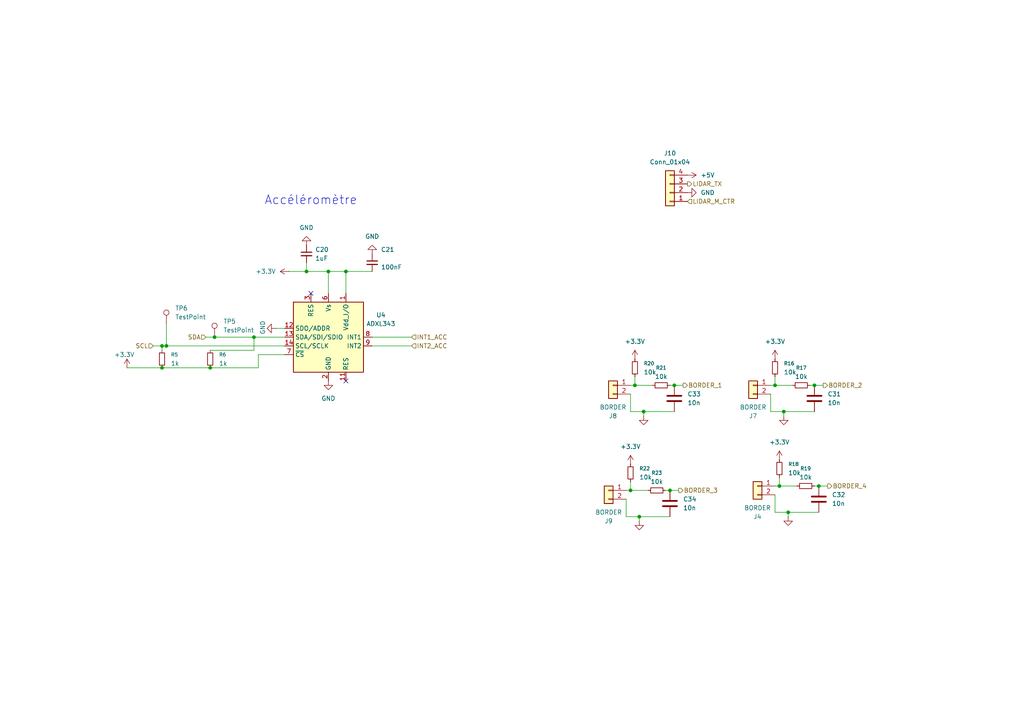
<source format=kicad_sch>
(kicad_sch (version 20250114) (generator "eeschema") (generator_version "9.0")
  (paper "A4")
  (lib_symbols
    (symbol "Connector:TestPoint" (pin_numbers (hide yes)) (pin_names (offset 0.762) (hide yes))
      (property "Reference" "TP" (at 0 6.858 0))
      (property "Value" "TestPoint" (at 0 5.08 0))
      (symbol "TestPoint_0_1"
        (circle (center 0 3.302) (radius 0.762))
      )
      (symbol "TestPoint_1_1"
        (pin passive line (at 0 0 90) (length 2.54) (name "1") (number "1"))
      )
    )
    (symbol "Connector_Generic:Conn_01x02" (pin_names (offset 1.016) (hide yes))
      (property "Reference" "J" (at 0 2.54 0))
      (property "Value" "Conn_01x02" (at 0 -5.08 0))
      (symbol "Conn_01x02_1_1"
        (rectangle (start -1.27 1.27) (end 1.27 -3.81) (stroke (width 0.254)) (fill (type background)))
        (rectangle (start -1.27 0.127) (end 0 -0.127) (stroke (width 0.1524)))
        (rectangle (start -1.27 -2.413) (end 0 -2.667) (stroke (width 0.1524)))
        (pin passive line (at -5.08 0 0) (length 3.81) (name "Pin_1") (number "1"))
        (pin passive line (at -5.08 -2.54 0) (length 3.81) (name "Pin_2") (number "2"))
      )
    )
    (symbol "Connector_Generic:Conn_01x04" (pin_names (offset 1.016) (hide yes))
      (property "Reference" "J" (at 0 5.08 0))
      (property "Value" "Conn_01x04" (at 0 -7.62 0))
      (symbol "Conn_01x04_1_1"
        (rectangle (start -1.27 3.81) (end 1.27 -6.35) (stroke (width 0.254)) (fill (type background)))
        (rectangle (start -1.27 2.667) (end 0 2.413) (stroke (width 0.1524)))
        (rectangle (start -1.27 0.127) (end 0 -0.127) (stroke (width 0.1524)))
        (rectangle (start -1.27 -2.413) (end 0 -2.667) (stroke (width 0.1524)))
        (rectangle (start -1.27 -4.953) (end 0 -5.207) (stroke (width 0.1524)))
        (pin passive line (at -5.08 2.54 0) (length 3.81) (name "Pin_1") (number "1"))
        (pin passive line (at -5.08 0 0) (length 3.81) (name "Pin_2") (number "2"))
        (pin passive line (at -5.08 -2.54 0) (length 3.81) (name "Pin_3") (number "3"))
        (pin passive line (at -5.08 -5.08 0) (length 3.81) (name "Pin_4") (number "4"))
      )
    )
    (symbol "Device:C" (pin_numbers (hide yes)) (pin_names (offset 0.254))
      (property "Reference" "C" (at 0.635 2.54 0))
      (property "Value" "C" (at 0.635 -2.54 0))
      (symbol "C_0_1"
        (polyline (pts (xy -2.032 0.762) (xy 2.032 0.762)) (stroke (width 0.508)))
        (polyline (pts (xy -2.032 -0.762) (xy 2.032 -0.762)) (stroke (width 0.508)))
      )
      (symbol "C_1_1"
        (pin passive line (at 0 3.81 270) (length 2.794) (name "~") (number "1"))
        (pin passive line (at 0 -3.81 90) (length 2.794) (name "~") (number "2"))
      )
    )
    (symbol "Device:C_Small" (pin_numbers (hide yes)) (pin_names (offset 0.254) (hide yes))
      (property "Reference" "C" (at 0.254 1.778 0))
      (property "Value" "C_Small" (at 0.254 -2.032 0))
      (symbol "C_Small_0_1"
        (polyline (pts (xy -1.524 0.508) (xy 1.524 0.508)) (stroke (width 0.3048)))
        (polyline (pts (xy -1.524 -0.508) (xy 1.524 -0.508)) (stroke (width 0.3302)))
      )
      (symbol "C_Small_1_1"
        (pin passive line (at 0 2.54 270) (length 2.032) (name "~") (number "1"))
        (pin passive line (at 0 -2.54 90) (length 2.032) (name "~") (number "2"))
      )
    )
    (symbol "Device:R_Small" (pin_numbers (hide yes)) (pin_names (offset 0.254) (hide yes))
      (property "Reference" "R" (at 0 0 90))
      (property "Value" "R_Small" (at 1.778 0 90))
      (symbol "R_Small_0_1"
        (rectangle (start -0.762 1.778) (end 0.762 -1.778) (stroke (width 0.2032)))
      )
      (symbol "R_Small_1_1"
        (pin passive line (at 0 2.54 270) (length 0.762) (name "~") (number "1"))
        (pin passive line (at 0 -2.54 90) (length 0.762) (name "~") (number "2"))
      )
    )
    (symbol "Sensor_Motion:ADXL343"
      (property "Reference" "U" (at -8.89 11.43 0))
      (property "Value" "ADXL343" (at -7.62 -11.43 0))
      (symbol "ADXL343_0_1"
        (rectangle (start -10.16 10.16) (end 10.16 -10.16) (stroke (width 0.254)) (fill (type background)))
      )
      (symbol "ADXL343_1_1"
        (pin bidirectional line (at -12.7 2.54 0) (length 2.54) (name "SDO/ADDR") (number "12"))
        (pin bidirectional line (at -12.7 0 0) (length 2.54) (name "SDA/SDI/SDIO") (number "13"))
        (pin input line (at -12.7 -2.54 0) (length 2.54) (name "SCL/SCLK") (number "14"))
        (pin input line (at -12.7 -5.08 0) (length 2.54) (name "~{CS}") (number "7"))
        (pin passive line (at -5.08 12.7 270) (length 2.54) (name "RES") (number "3"))
        (pin no_connect line (at -5.08 -10.16 90) (length 2.54) (hide yes) (name "NC") (number "10"))
        (pin power_in line (at 0 12.7 270) (length 2.54) (name "Vs") (number "6"))
        (pin power_in line (at 0 -12.7 90) (length 2.54) (name "GND") (number "2"))
        (pin passive line (at 0 -12.7 90) (length 2.54) (hide yes) (name "GND") (number "4"))
        (pin passive line (at 0 -12.7 90) (length 2.54) (hide yes) (name "GND") (number "5"))
        (pin power_in line (at 5.08 12.7 270) (length 2.54) (name "Vdd_I/O") (number "1"))
        (pin passive line (at 5.08 -12.7 90) (length 2.54) (name "RES") (number "11"))
        (pin output line (at 12.7 0 180) (length 2.54) (name "INT1") (number "8"))
        (pin output line (at 12.7 -2.54 180) (length 2.54) (name "INT2") (number "9"))
      )
    )
    (symbol "power:+3.3V" (power) (pin_numbers (hide yes)) (pin_names (offset 0) (hide yes))
      (property "Value" "+3.3V" (at 0 3.556 0))
      (symbol "+3.3V_0_1"
        (polyline (pts (xy -0.762 1.27) (xy 0 2.54)))
        (polyline (pts (xy 0 2.54) (xy 0.762 1.27)))
        (polyline (pts (xy 0 0) (xy 0 2.54)))
      )
      (symbol "+3.3V_1_1"
        (pin power_in line (at 0 0 90) (length 0) (name "~") (number "1"))
      )
    )
    (symbol "power:+5V" (power) (pin_numbers (hide yes)) (pin_names (offset 0) (hide yes))
      (property "Value" "+5V" (at 0 3.556 0))
      (symbol "+5V_0_1"
        (polyline (pts (xy -0.762 1.27) (xy 0 2.54)))
        (polyline (pts (xy 0 2.54) (xy 0.762 1.27)))
        (polyline (pts (xy 0 0) (xy 0 2.54)))
      )
      (symbol "+5V_1_1"
        (pin power_in line (at 0 0 90) (length 0) (name "~") (number "1"))
      )
    )
    (symbol "power:GND" (power) (pin_numbers (hide yes)) (pin_names (offset 0) (hide yes))
      (property "Value" "GND" (at 0 -3.81 0))
      (symbol "GND_0_1"
        (polyline (pts (xy 0 0) (xy 0 -1.27) (xy 1.27 -1.27) (xy 0 -2.54) (xy -1.27 -1.27) (xy 0 -1.27)))
      )
      (symbol "GND_1_1"
        (pin power_in line (at 0 0 270) (length 0) (name "~") (number "1"))
      )
    )
  )
  (text "Accéléromètre" (at 90.17 58.166 0) (effects (font (size 2.54 2.54))))
  (junction (at 95.25 78.74))
  (junction (at 182.88 142.24))
  (junction (at 60.96 106.68))
  (junction (at 88.9 78.74))
  (junction (at 236.22 111.76))
  (junction (at 48.26 100.33))
  (junction (at 237.49 140.97))
  (junction (at 184.15 111.76))
  (junction (at 194.31 142.24))
  (junction (at 62.23 97.79))
  (junction (at 224.79 111.76))
  (junction (at 228.6 148.59))
  (junction (at 186.69 119.38))
  (junction (at 46.99 100.33))
  (junction (at 46.99 106.68))
  (junction (at 226.06 140.97))
  (junction (at 227.33 119.38))
  (junction (at 100.33 78.74))
  (junction (at 73.66 97.79))
  (junction (at 185.42 149.86))
  (junction (at 195.58 111.76))
  (no_connect (at 100.33 110.49))
  (no_connect (at 90.17 85.09))
  (wire (pts (xy 224.79 111.76) (xy 229.87 111.76)))
  (wire (pts (xy 237.49 140.97) (xy 240.03 140.97)))
  (wire (pts (xy 224.79 148.59) (xy 228.6 148.59)))
  (wire (pts (xy 73.66 101.6) (xy 73.66 97.79)))
  (wire (pts (xy 100.33 78.74) (xy 107.95 78.74)))
  (wire (pts (xy 227.33 120.65) (xy 227.33 119.38)))
  (wire (pts (xy 182.88 119.38) (xy 186.69 119.38)))
  (wire (pts (xy 237.49 148.59) (xy 228.6 148.59)))
  (wire (pts (xy 194.31 142.24) (xy 196.85 142.24)))
  (wire (pts (xy 48.26 93.98) (xy 48.26 100.33)))
  (wire (pts (xy 107.95 97.79) (xy 119.38 97.79)))
  (wire (pts (xy 194.31 111.76) (xy 195.58 111.76)))
  (wire (pts (xy 228.6 149.86) (xy 228.6 148.59)))
  (wire (pts (xy 181.61 149.86) (xy 185.42 149.86)))
  (wire (pts (xy 60.96 101.6) (xy 73.66 101.6)))
  (wire (pts (xy 59.69 97.79) (xy 62.23 97.79)))
  (wire (pts (xy 234.95 111.76) (xy 236.22 111.76)))
  (wire (pts (xy 95.25 85.09) (xy 95.25 78.74)))
  (wire (pts (xy 88.9 78.74) (xy 83.82 78.74)))
  (wire (pts (xy 73.66 97.79) (xy 82.55 97.79)))
  (wire (pts (xy 224.79 111.76) (xy 223.52 111.76)))
  (wire (pts (xy 226.06 140.97) (xy 224.79 140.97)))
  (wire (pts (xy 182.88 142.24) (xy 181.61 142.24)))
  (wire (pts (xy 186.69 120.65) (xy 186.69 119.38)))
  (wire (pts (xy 223.52 114.3) (xy 223.52 119.38)))
  (wire (pts (xy 107.95 100.33) (xy 119.38 100.33)))
  (wire (pts (xy 236.22 140.97) (xy 237.49 140.97)))
  (wire (pts (xy 224.79 143.51) (xy 224.79 148.59)))
  (wire (pts (xy 181.61 144.78) (xy 181.61 149.86)))
  (wire (pts (xy 36.83 106.68) (xy 46.99 106.68)))
  (wire (pts (xy 44.45 100.33) (xy 46.99 100.33)))
  (wire (pts (xy 88.9 76.2) (xy 88.9 78.74)))
  (wire (pts (xy 194.31 149.86) (xy 185.42 149.86)))
  (wire (pts (xy 236.22 119.38) (xy 227.33 119.38)))
  (wire (pts (xy 184.15 109.22) (xy 184.15 111.76)))
  (wire (pts (xy 46.99 100.33) (xy 46.99 101.6)))
  (wire (pts (xy 95.25 78.74) (xy 100.33 78.74)))
  (wire (pts (xy 48.26 100.33) (xy 46.99 100.33)))
  (wire (pts (xy 182.88 139.7) (xy 182.88 142.24)))
  (wire (pts (xy 60.96 106.68) (xy 74.93 106.68)))
  (wire (pts (xy 95.25 78.74) (xy 88.9 78.74)))
  (wire (pts (xy 74.93 106.68) (xy 74.93 102.87)))
  (wire (pts (xy 184.15 111.76) (xy 182.88 111.76)))
  (wire (pts (xy 74.93 102.87) (xy 82.55 102.87)))
  (wire (pts (xy 226.06 138.43) (xy 226.06 140.97)))
  (wire (pts (xy 82.55 100.33) (xy 48.26 100.33)))
  (wire (pts (xy 223.52 119.38) (xy 227.33 119.38)))
  (wire (pts (xy 62.23 97.79) (xy 73.66 97.79)))
  (wire (pts (xy 185.42 151.13) (xy 185.42 149.86)))
  (wire (pts (xy 182.88 142.24) (xy 187.96 142.24)))
  (wire (pts (xy 224.79 109.22) (xy 224.79 111.76)))
  (wire (pts (xy 182.88 114.3) (xy 182.88 119.38)))
  (wire (pts (xy 236.22 111.76) (xy 238.76 111.76)))
  (wire (pts (xy 80.01 95.25) (xy 82.55 95.25)))
  (wire (pts (xy 193.04 142.24) (xy 194.31 142.24)))
  (wire (pts (xy 195.58 111.76) (xy 198.12 111.76)))
  (wire (pts (xy 226.06 140.97) (xy 231.14 140.97)))
  (wire (pts (xy 46.99 106.68) (xy 60.96 106.68)))
  (wire (pts (xy 184.15 111.76) (xy 189.23 111.76)))
  (wire (pts (xy 100.33 85.09) (xy 100.33 78.74)))
  (wire (pts (xy 195.58 119.38) (xy 186.69 119.38)))
  (hierarchical_label "BORDER_4" (shape output) (at 240.03 140.97 0))
  (hierarchical_label "LIDAR_TX" (shape output) (at 199.39 53.34 0))
  (hierarchical_label "SDA" (shape input) (at 59.69 97.79 180))
  (hierarchical_label "BORDER_2" (shape output) (at 238.76 111.76 0))
  (hierarchical_label "BORDER_3" (shape output) (at 196.85 142.24 0))
  (hierarchical_label "BORDER_1" (shape output) (at 198.12 111.76 0))
  (hierarchical_label "SCL" (shape input) (at 44.45 100.33 180))
  (hierarchical_label "LIDAR_M_CTR" (shape input) (at 199.39 58.42 0))
  (hierarchical_label "INT1_ACC" (shape input) (at 119.38 97.79 0))
  (hierarchical_label "INT2_ACC" (shape input) (at 119.38 100.33 0))
  (symbol (lib_id "Device:R_Small") (at 224.79 106.68 0) (unit 1)
    (property "Reference" "R16" (at 227.33 105.4099 0) (effects (font (size 1.016 1.016)) (justify left)))
    (property "Value" "10k" (at 227.33 107.9499 0) (effects (justify left)))
    (property "Description" "Resistor, small symbol" (effects (hide yes)))
  )
  (symbol (lib_id "Device:R_Small") (at 182.88 137.16 0) (unit 1)
    (property "Reference" "R22" (at 185.42 135.8899 0) (effects (font (size 1.016 1.016)) (justify left)))
    (property "Value" "10k" (at 185.42 138.4299 0) (effects (justify left)))
    (property "Description" "Resistor, small symbol" (effects (hide yes)))
  )
  (symbol (lib_id "power:GND") (at 185.42 151.13 0) (unit 1)
    (property "Reference" "#PWR066" (effects (hide yes)))
    (property "Value" "GND" (effects (hide yes)))
    (property "Description" "Power symbol creates a global label with name \"GND\" , ground" (effects (hide yes)))
  )
  (symbol (lib_id "power:GND") (at 80.01 95.25 270) (unit 1)
    (property "Reference" "#PWR033" (effects (hide yes)))
    (property "Value" "GND" (at 76.2 94.996 0))
    (property "Description" "Power symbol creates a global label with name \"GND\" , ground" (effects (hide yes)))
  )
  (symbol (lib_id "Device:C") (at 236.22 115.57 0) (unit 1)
    (property "Reference" "C31" (at 240.03 114.2999 0) (effects (justify left)))
    (property "Value" "10n" (at 240.03 116.8399 0) (effects (justify left)))
    (property "Description" "Unpolarized capacitor" (effects (hide yes)))
  )
  (symbol (lib_id "power:GND") (at 88.9 71.12 180) (unit 1)
    (property "Reference" "#PWR035" (effects (hide yes)))
    (property "Value" "GND" (at 88.9 66.04 0))
    (property "Description" "Power symbol creates a global label with name \"GND\" , ground" (effects (hide yes)))
  )
  (symbol (lib_id "power:+3.3V") (at 83.82 78.74 90) (unit 1)
    (property "Reference" "#PWR034" (effects (hide yes)))
    (property "Value" "+3.3V" (at 80.01 78.7399 90) (effects (justify left)))
    (property "Description" "Power symbol creates a global label with name \"+3.3V\"" (effects (hide yes)))
  )
  (symbol (lib_id "Device:C_Small") (at 88.9 73.66 0) (unit 1)
    (property "Reference" "C20" (at 91.44 72.3962 0) (effects (justify left)))
    (property "Value" "1uF" (at 91.44 74.9362 0) (effects (justify left)))
    (property "Footprint" "Capacitor_SMD:C_01005_0402Metric" (effects (hide yes)))
    (property "Description" "Unpolarized capacitor, small symbol" (effects (hide yes)))
  )
  (symbol (lib_id "Connector_Generic:Conn_01x02") (at 218.44 111.76 0) (mirror y) (unit 1)
    (property "Reference" "J7" (at 218.44 120.65 0))
    (property "Value" "BORDER" (at 218.44 118.11 0))
    (property "Footprint" "Connector_JST:JST_XH_S2B-XH-A_1x02_P2.50mm_Horizontal" (effects (hide yes)))
    (property "Description" "Generic connector, single row, 01x02, script generated (kicad-library-utils/schlib/autogen/connector/)" (effects (hide yes)))
  )
  (symbol (lib_id "power:GND") (at 186.69 120.65 0) (unit 1)
    (property "Reference" "#PWR064" (effects (hide yes)))
    (property "Value" "GND" (effects (hide yes)))
    (property "Description" "Power symbol creates a global label with name \"GND\" , ground" (effects (hide yes)))
  )
  (symbol (lib_id "Device:R_Small") (at 226.06 135.89 0) (unit 1)
    (property "Reference" "R18" (at 228.6 134.6199 0) (effects (font (size 1.016 1.016)) (justify left)))
    (property "Value" "10k" (at 228.6 137.1599 0) (effects (justify left)))
    (property "Description" "Resistor, small symbol" (effects (hide yes)))
  )
  (symbol (lib_id "Device:C") (at 195.58 115.57 0) (unit 1)
    (property "Reference" "C33" (at 199.39 114.2999 0) (effects (justify left)))
    (property "Value" "10n" (at 199.39 116.8399 0) (effects (justify left)))
    (property "Description" "Unpolarized capacitor" (effects (hide yes)))
  )
  (symbol (lib_id "power:+3.3V") (at 224.79 104.14 0) (unit 1)
    (property "Reference" "#PWR061" (effects (hide yes)))
    (property "Value" "+3.3V" (at 224.79 99.06 0))
    (property "Description" "Power symbol creates a global label with name \"+3.3V\"" (effects (hide yes)))
  )
  (symbol (lib_id "Device:C_Small") (at 107.95 76.2 0) (unit 1)
    (property "Reference" "C21" (at 110.49 72.3962 0) (effects (justify left)))
    (property "Value" "100nF" (at 110.49 77.4762 0) (effects (justify left)))
    (property "Footprint" "Capacitor_SMD:C_01005_0402Metric" (effects (hide yes)))
    (property "Description" "Unpolarized capacitor, small symbol" (effects (hide yes)))
  )
  (symbol (lib_id "Device:C") (at 237.49 144.78 0) (unit 1)
    (property "Reference" "C32" (at 241.3 143.5099 0) (effects (justify left)))
    (property "Value" "10n" (at 241.3 146.0499 0) (effects (justify left)))
    (property "Description" "Unpolarized capacitor" (effects (hide yes)))
  )
  (symbol (lib_id "Connector:TestPoint") (at 62.23 97.79 0) (unit 1)
    (property "Reference" "TP5" (at 64.77 93.2179 0) (effects (justify left)))
    (property "Value" "TestPoint" (at 64.77 95.7579 0) (effects (justify left)))
    (property "Description" "test point" (effects (hide yes)))
  )
  (symbol (lib_id "Device:R_Small") (at 60.96 104.14 0) (unit 1)
    (property "Reference" "R6" (at 63.5 102.8699 0) (effects (font (size 1.016 1.016)) (justify left)))
    (property "Value" "1k" (at 63.5 105.4099 0) (effects (justify left)))
    (property "Footprint" "Resistor_SMD:R_0402_1005Metric" (effects (hide yes)))
    (property "Description" "Resistor, small symbol" (effects (hide yes)))
  )
  (symbol (lib_id "Connector:TestPoint") (at 48.26 93.98 0) (unit 1)
    (property "Reference" "TP6" (at 50.8 89.4079 0) (effects (justify left)))
    (property "Value" "TestPoint" (at 50.8 91.9479 0) (effects (justify left)))
    (property "Description" "test point" (effects (hide yes)))
  )
  (symbol (lib_id "Device:R_Small") (at 232.41 111.76 90) (unit 1)
    (property "Reference" "R17" (at 232.41 106.68 90) (effects (font (size 1.016 1.016))))
    (property "Value" "10k" (at 232.41 109.22 90))
    (property "Description" "Resistor, small symbol" (effects (hide yes)))
  )
  (symbol (lib_id "Connector_Generic:Conn_01x04") (at 194.31 55.88 180) (unit 1)
    (property "Reference" "J10" (at 194.31 44.45 0))
    (property "Value" "Conn_01x04" (at 194.31 46.99 0))
    (property "Description" "Generic connector, single row, 01x04, script generated (kicad-library-utils/schlib/autogen/connector/)" (effects (hide yes)))
  )
  (symbol (lib_id "Sensor_Motion:ADXL343") (at 95.25 97.79 0) (unit 1)
    (property "Reference" "U4" (at 110.49 91.3698 0))
    (property "Value" "ADXL343" (at 110.49 93.9098 0))
    (property "Footprint" "Package_LGA:LGA-14_3x5mm_P0.8mm_LayoutBorder1x6y" (effects (hide yes)))
    (property "Datasheet" "https://www.analog.com/media/en/technical-documentation/data-sheets/ADXL343.pdf" (effects (hide yes)))
    (property "Description" "3-Axis MEMS Accelerometer, 2/4/8/16g range, I2C/SPI, LGA-14" (effects (hide yes)))
  )
  (symbol (lib_id "power:+3.3V") (at 184.15 104.14 0) (unit 1)
    (property "Reference" "#PWR063" (effects (hide yes)))
    (property "Value" "+3.3V" (at 184.15 99.06 0))
    (property "Description" "Power symbol creates a global label with name \"+3.3V\"" (effects (hide yes)))
  )
  (symbol (lib_id "Device:R_Small") (at 233.68 140.97 90) (unit 1)
    (property "Reference" "R19" (at 233.68 135.89 90) (effects (font (size 1.016 1.016))))
    (property "Value" "10k" (at 233.68 138.43 90))
    (property "Description" "Resistor, small symbol" (effects (hide yes)))
  )
  (symbol (lib_id "Device:R_Small") (at 46.99 104.14 0) (unit 1)
    (property "Reference" "R5" (at 49.53 102.8699 0) (effects (font (size 1.016 1.016)) (justify left)))
    (property "Value" "1k" (at 49.53 105.4099 0) (effects (justify left)))
    (property "Footprint" "Resistor_SMD:R_0402_1005Metric" (effects (hide yes)))
    (property "Description" "Resistor, small symbol" (effects (hide yes)))
  )
  (symbol (lib_id "power:+3.3V") (at 36.83 106.68 0) (unit 1)
    (property "Reference" "#PWR032" (effects (hide yes)))
    (property "Value" "+3.3V" (at 36.068 102.87 0))
    (property "Description" "Power symbol creates a global label with name \"+3.3V\"" (effects (hide yes)))
  )
  (symbol (lib_id "Device:C") (at 194.31 146.05 0) (unit 1)
    (property "Reference" "C34" (at 198.12 144.7799 0) (effects (justify left)))
    (property "Value" "10n" (at 198.12 147.3199 0) (effects (justify left)))
    (property "Description" "Unpolarized capacitor" (effects (hide yes)))
  )
  (symbol (lib_id "Connector_Generic:Conn_01x02") (at 219.71 140.97 0) (mirror y) (unit 1)
    (property "Reference" "J4" (at 219.71 149.86 0))
    (property "Value" "BORDER" (at 219.71 147.32 0))
    (property "Footprint" "Connector_JST:JST_XH_S2B-XH-A_1x02_P2.50mm_Horizontal" (effects (hide yes)))
    (property "Description" "Generic connector, single row, 01x02, script generated (kicad-library-utils/schlib/autogen/connector/)" (effects (hide yes)))
  )
  (symbol (lib_id "power:GND") (at 95.25 110.49 0) (unit 1)
    (property "Reference" "#PWR040" (effects (hide yes)))
    (property "Value" "GND" (at 95.25 115.57 0))
    (property "Description" "Power symbol creates a global label with name \"GND\" , ground" (effects (hide yes)))
  )
  (symbol (lib_id "power:GND") (at 227.33 120.65 0) (unit 1)
    (property "Reference" "#PWR062" (effects (hide yes)))
    (property "Value" "GND" (effects (hide yes)))
    (property "Description" "Power symbol creates a global label with name \"GND\" , ground" (effects (hide yes)))
  )
  (symbol (lib_id "Device:R_Small") (at 190.5 142.24 90) (unit 1)
    (property "Reference" "R23" (at 190.5 137.16 90) (effects (font (size 1.016 1.016))))
    (property "Value" "10k" (at 190.5 139.7 90))
    (property "Description" "Resistor, small symbol" (effects (hide yes)))
  )
  (symbol (lib_id "Connector_Generic:Conn_01x02") (at 176.53 142.24 0) (mirror y) (unit 1)
    (property "Reference" "J9" (at 176.53 151.13 0))
    (property "Value" "BORDER" (at 176.53 148.59 0))
    (property "Footprint" "Connector_JST:JST_XH_S2B-XH-A_1x02_P2.50mm_Horizontal" (effects (hide yes)))
    (property "Description" "Generic connector, single row, 01x02, script generated (kicad-library-utils/schlib/autogen/connector/)" (effects (hide yes)))
  )
  (symbol (lib_id "power:+5V") (at 199.39 50.8 270) (unit 1)
    (property "Reference" "#PWR046" (effects (hide yes)))
    (property "Value" "+5V" (at 203.2 50.7999 90) (effects (justify left)))
    (property "Description" "Power symbol creates a global label with name \"+5V\"" (effects (hide yes)))
  )
  (symbol (lib_id "Device:R_Small") (at 184.15 106.68 0) (unit 1)
    (property "Reference" "R20" (at 186.69 105.4099 0) (effects (font (size 1.016 1.016)) (justify left)))
    (property "Value" "10k" (at 186.69 107.9499 0) (effects (justify left)))
    (property "Description" "Resistor, small symbol" (effects (hide yes)))
  )
  (symbol (lib_id "power:+3.3V") (at 182.88 134.62 0) (unit 1)
    (property "Reference" "#PWR065" (effects (hide yes)))
    (property "Value" "+3.3V" (at 182.88 129.54 0))
    (property "Description" "Power symbol creates a global label with name \"+3.3V\"" (effects (hide yes)))
  )
  (symbol (lib_id "power:GND") (at 107.95 73.66 180) (unit 1)
    (property "Reference" "#PWR041" (effects (hide yes)))
    (property "Value" "GND" (at 107.95 68.58 0))
    (property "Description" "Power symbol creates a global label with name \"GND\" , ground" (effects (hide yes)))
  )
  (symbol (lib_id "power:GND") (at 228.6 149.86 0) (unit 1)
    (property "Reference" "#PWR059" (effects (hide yes)))
    (property "Value" "GND" (effects (hide yes)))
    (property "Description" "Power symbol creates a global label with name \"GND\" , ground" (effects (hide yes)))
  )
  (symbol (lib_id "Device:R_Small") (at 191.77 111.76 90) (unit 1)
    (property "Reference" "R21" (at 191.77 106.68 90) (effects (font (size 1.016 1.016))))
    (property "Value" "10k" (at 191.77 109.22 90))
    (property "Description" "Resistor, small symbol" (effects (hide yes)))
  )
  (symbol (lib_id "power:+3.3V") (at 226.06 133.35 0) (unit 1)
    (property "Reference" "#PWR055" (effects (hide yes)))
    (property "Value" "+3.3V" (at 226.06 128.27 0))
    (property "Description" "Power symbol creates a global label with name \"+3.3V\"" (effects (hide yes)))
  )
  (symbol (lib_id "Connector_Generic:Conn_01x02") (at 177.8 111.76 0) (mirror y) (unit 1)
    (property "Reference" "J8" (at 177.8 120.65 0))
    (property "Value" "BORDER" (at 177.8 118.11 0))
    (property "Footprint" "Connector_JST:JST_XH_S2B-XH-A_1x02_P2.50mm_Horizontal" (effects (hide yes)))
    (property "Description" "Generic connector, single row, 01x02, script generated (kicad-library-utils/schlib/autogen/connector/)" (effects (hide yes)))
  )
  (symbol (lib_id "power:GND") (at 199.39 55.88 90) (unit 1)
    (property "Reference" "#PWR047" (effects (hide yes)))
    (property "Value" "GND" (at 203.2 55.8799 90) (effects (justify right)))
    (property "Description" "Power symbol creates a global label with name \"GND\" , ground" (effects (hide yes)))
  )
)
</source>
